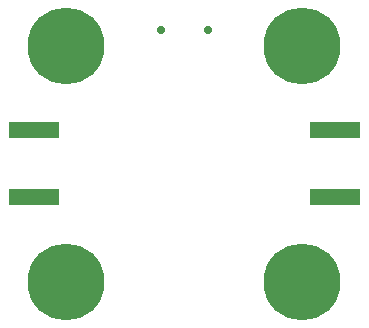
<source format=gbr>
G04 #@! TF.GenerationSoftware,KiCad,Pcbnew,(5.1.2)-1*
G04 #@! TF.CreationDate,2019-06-19T11:16:05+10:00*
G04 #@! TF.ProjectId,Ecal,4563616c-2e6b-4696-9361-645f70636258,rev?*
G04 #@! TF.SameCoordinates,Original*
G04 #@! TF.FileFunction,Soldermask,Bot*
G04 #@! TF.FilePolarity,Negative*
%FSLAX46Y46*%
G04 Gerber Fmt 4.6, Leading zero omitted, Abs format (unit mm)*
G04 Created by KiCad (PCBNEW (5.1.2)-1) date 2019-06-19 11:16:05*
%MOMM*%
%LPD*%
G04 APERTURE LIST*
%ADD10R,4.302000X1.452000*%
%ADD11C,0.702000*%
%ADD12C,0.902000*%
%ADD13C,6.502000*%
G04 APERTURE END LIST*
D10*
X112800000Y-122825000D03*
X112800000Y-117175000D03*
X87300000Y-117175000D03*
X87300000Y-122825000D03*
D11*
X98000000Y-108680000D03*
X102000000Y-108680000D03*
D12*
X111697056Y-128302944D03*
X110000000Y-127600000D03*
X108302944Y-128302944D03*
X107600000Y-130000000D03*
X108302944Y-131697056D03*
X110000000Y-132400000D03*
X111697056Y-131697056D03*
X112400000Y-130000000D03*
D13*
X110000000Y-130000000D03*
D12*
X91697056Y-128302944D03*
X90000000Y-127600000D03*
X88302944Y-128302944D03*
X87600000Y-130000000D03*
X88302944Y-131697056D03*
X90000000Y-132400000D03*
X91697056Y-131697056D03*
X92400000Y-130000000D03*
D13*
X90000000Y-130000000D03*
D12*
X91697056Y-108302944D03*
X90000000Y-107600000D03*
X88302944Y-108302944D03*
X87600000Y-110000000D03*
X88302944Y-111697056D03*
X90000000Y-112400000D03*
X91697056Y-111697056D03*
X92400000Y-110000000D03*
D13*
X90000000Y-110000000D03*
D12*
X111697056Y-108302944D03*
X110000000Y-107600000D03*
X108302944Y-108302944D03*
X107600000Y-110000000D03*
X108302944Y-111697056D03*
X110000000Y-112400000D03*
X111697056Y-111697056D03*
X112400000Y-110000000D03*
D13*
X110000000Y-110000000D03*
M02*

</source>
